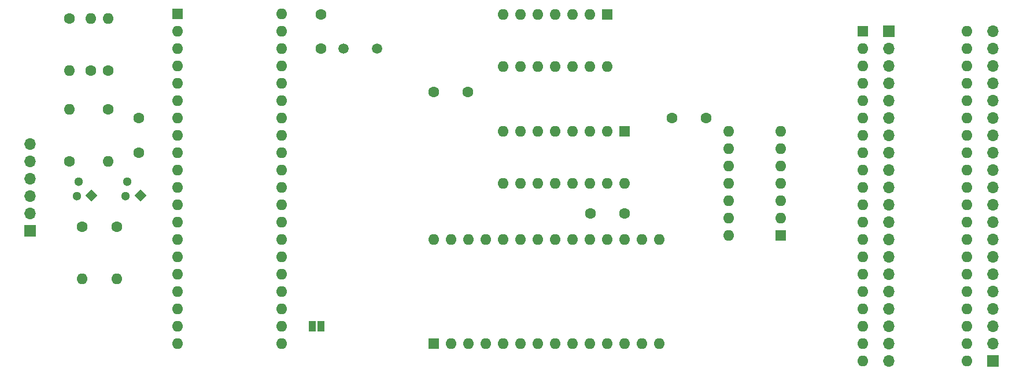
<source format=gts>
%TF.GenerationSoftware,KiCad,Pcbnew,8.0.5+1*%
%TF.CreationDate,2024-10-09T19:18:35+02:00*%
%TF.ProjectId,QL_PC0084A_keyboard_adapter,514c5f50-4330-4303-9834-415f6b657962,0*%
%TF.SameCoordinates,Original*%
%TF.FileFunction,Soldermask,Top*%
%TF.FilePolarity,Negative*%
%FSLAX46Y46*%
G04 Gerber Fmt 4.6, Leading zero omitted, Abs format (unit mm)*
G04 Created by KiCad (PCBNEW 8.0.5+1) date 2024-10-09 19:18:35*
%MOMM*%
%LPD*%
G01*
G04 APERTURE LIST*
G04 Aperture macros list*
%AMRotRect*
0 Rectangle, with rotation*
0 The origin of the aperture is its center*
0 $1 length*
0 $2 width*
0 $3 Rotation angle, in degrees counterclockwise*
0 Add horizontal line*
21,1,$1,$2,0,0,$3*%
G04 Aperture macros list end*
%ADD10RotRect,1.300000X1.300000X135.000000*%
%ADD11C,1.300000*%
%ADD12R,1.600000X1.600000*%
%ADD13O,1.600000X1.600000*%
%ADD14C,1.600000*%
%ADD15C,1.500000*%
%ADD16R,1.700000X1.700000*%
%ADD17O,1.700000X1.700000*%
%ADD18R,1.000000X1.500000*%
G04 APERTURE END LIST*
D10*
%TO.C,Q2*%
X110109556Y-105282437D03*
D11*
X107932505Y-105409437D03*
X108204556Y-103250437D03*
%TD*%
D10*
%TO.C,Q1*%
X102976000Y-105283000D03*
D11*
X100798949Y-105410000D03*
X101071000Y-103251000D03*
%TD*%
D12*
%TO.C,U2*%
X115570000Y-78740000D03*
D13*
X115570000Y-81280000D03*
X115570000Y-83820000D03*
X115570000Y-86360000D03*
X115570000Y-88900000D03*
X115570000Y-91440000D03*
X115570000Y-93980000D03*
X115570000Y-96520000D03*
X115570000Y-99060000D03*
X115570000Y-101600000D03*
X115570000Y-104140000D03*
X115570000Y-106680000D03*
X115570000Y-109220000D03*
X115570000Y-111760000D03*
X115570000Y-114300000D03*
X115570000Y-116840000D03*
X115570000Y-119380000D03*
X115570000Y-121920000D03*
X115570000Y-124460000D03*
X115570000Y-127000000D03*
X130810000Y-127000000D03*
X130810000Y-124460000D03*
X130810000Y-121920000D03*
X130810000Y-119380000D03*
X130810000Y-116840000D03*
X130810000Y-114300000D03*
X130810000Y-111760000D03*
X130810000Y-109220000D03*
X130810000Y-106680000D03*
X130810000Y-104140000D03*
X130810000Y-101600000D03*
X130810000Y-99060000D03*
X130810000Y-96520000D03*
X130810000Y-93980000D03*
X130810000Y-91440000D03*
X130810000Y-88900000D03*
X130810000Y-86360000D03*
X130810000Y-83820000D03*
X130810000Y-81280000D03*
X130810000Y-78740000D03*
%TD*%
D12*
%TO.C,U8*%
X178440000Y-78750000D03*
D13*
X175900000Y-78750000D03*
X173360000Y-78750000D03*
X170820000Y-78750000D03*
X168280000Y-78750000D03*
X165740000Y-78750000D03*
X163200000Y-78750000D03*
X163200000Y-86370000D03*
X165740000Y-86370000D03*
X168280000Y-86370000D03*
X170820000Y-86370000D03*
X173360000Y-86370000D03*
X175900000Y-86370000D03*
X178440000Y-86370000D03*
%TD*%
D12*
%TO.C,U1*%
X215900000Y-81280000D03*
D13*
X215900000Y-83820000D03*
X215900000Y-86360000D03*
X215900000Y-88900000D03*
X215900000Y-91440000D03*
X215900000Y-93980000D03*
X215900000Y-96520000D03*
X215900000Y-99060000D03*
X215900000Y-101600000D03*
X215900000Y-104140000D03*
X215900000Y-106680000D03*
X215900000Y-109220000D03*
X215900000Y-111760000D03*
X215900000Y-114300000D03*
X215900000Y-116840000D03*
X215900000Y-119380000D03*
X215900000Y-121920000D03*
X215900000Y-124460000D03*
X215900000Y-127000000D03*
X215900000Y-129540000D03*
X231140000Y-129540000D03*
X231140000Y-127000000D03*
X231140000Y-124460000D03*
X231140000Y-121920000D03*
X231140000Y-119380000D03*
X231140000Y-116840000D03*
X231140000Y-114300000D03*
X231140000Y-111760000D03*
X231140000Y-109220000D03*
X231140000Y-106680000D03*
X231140000Y-104140000D03*
X231140000Y-101600000D03*
X231140000Y-99060000D03*
X231140000Y-96520000D03*
X231140000Y-93980000D03*
X231140000Y-91440000D03*
X231140000Y-88900000D03*
X231140000Y-86360000D03*
X231140000Y-83820000D03*
X231140000Y-81280000D03*
%TD*%
D14*
%TO.C,R5*%
X105410000Y-86995000D03*
D13*
X105410000Y-79375000D03*
%TD*%
D14*
%TO.C,C2*%
X136525000Y-83780000D03*
X136525000Y-78780000D03*
%TD*%
D12*
%TO.C,U6*%
X180975000Y-95885000D03*
D13*
X178435000Y-95885000D03*
X175895000Y-95885000D03*
X173355000Y-95885000D03*
X170815000Y-95885000D03*
X168275000Y-95885000D03*
X165735000Y-95885000D03*
X163195000Y-95885000D03*
X163195000Y-103505000D03*
X165735000Y-103505000D03*
X168275000Y-103505000D03*
X170815000Y-103505000D03*
X173355000Y-103505000D03*
X175895000Y-103505000D03*
X178435000Y-103505000D03*
X180975000Y-103505000D03*
%TD*%
D14*
%TO.C,C5*%
X109855000Y-98980000D03*
X109855000Y-93980000D03*
%TD*%
%TO.C,C4*%
X153075000Y-90170000D03*
X158075000Y-90170000D03*
%TD*%
%TO.C,C1*%
X187960000Y-93980000D03*
X192960000Y-93980000D03*
%TD*%
%TO.C,R7*%
X105410000Y-92710000D03*
D13*
X105410000Y-100330000D03*
%TD*%
D14*
%TO.C,C3*%
X180975000Y-107950000D03*
X175975000Y-107950000D03*
%TD*%
D15*
%TO.C,Y1*%
X139880000Y-83790000D03*
X144780000Y-83790000D03*
%TD*%
D14*
%TO.C,R4*%
X102870000Y-86995000D03*
D13*
X102870000Y-79375000D03*
%TD*%
D14*
%TO.C,R1*%
X106680000Y-109855000D03*
D13*
X106680000Y-117475000D03*
%TD*%
D14*
%TO.C,R2*%
X101600000Y-109855000D03*
D13*
X101600000Y-117475000D03*
%TD*%
D14*
%TO.C,R6*%
X99695000Y-100330000D03*
D13*
X99695000Y-92710000D03*
%TD*%
D12*
%TO.C,U7*%
X203825000Y-111125000D03*
D13*
X203825000Y-108585000D03*
X203825000Y-106045000D03*
X203825000Y-103505000D03*
X203825000Y-100965000D03*
X203825000Y-98425000D03*
X203825000Y-95885000D03*
X196205000Y-95885000D03*
X196205000Y-98425000D03*
X196205000Y-100965000D03*
X196205000Y-103505000D03*
X196205000Y-106045000D03*
X196205000Y-108585000D03*
X196205000Y-111125000D03*
%TD*%
D14*
%TO.C,R3*%
X99695000Y-79375000D03*
D13*
X99695000Y-86995000D03*
%TD*%
D12*
%TO.C,U3*%
X153035000Y-127000000D03*
D13*
X155575000Y-127000000D03*
X158115000Y-127000000D03*
X160655000Y-127000000D03*
X163195000Y-127000000D03*
X165735000Y-127000000D03*
X168275000Y-127000000D03*
X170815000Y-127000000D03*
X173355000Y-127000000D03*
X175895000Y-127000000D03*
X178435000Y-127000000D03*
X180975000Y-127000000D03*
X183515000Y-127000000D03*
X186055000Y-127000000D03*
X186055000Y-111760000D03*
X183515000Y-111760000D03*
X180975000Y-111760000D03*
X178435000Y-111760000D03*
X175895000Y-111760000D03*
X173355000Y-111760000D03*
X170815000Y-111760000D03*
X168275000Y-111760000D03*
X165735000Y-111760000D03*
X163195000Y-111760000D03*
X160655000Y-111760000D03*
X158115000Y-111760000D03*
X155575000Y-111760000D03*
X153035000Y-111760000D03*
%TD*%
D16*
%TO.C,J3*%
X93980000Y-110490000D03*
D17*
X93980000Y-107950000D03*
X93980000Y-105410000D03*
X93980000Y-102870000D03*
X93980000Y-100330000D03*
X93980000Y-97790000D03*
%TD*%
D18*
%TO.C,JP1*%
X136555000Y-124460000D03*
X135255000Y-124460000D03*
%TD*%
D16*
%TO.C,J2*%
X234950000Y-129540000D03*
D17*
X234950000Y-127000000D03*
X234950000Y-124460000D03*
X234950000Y-121920000D03*
X234950000Y-119380000D03*
X234950000Y-116840000D03*
X234950000Y-114300000D03*
X234950000Y-111760000D03*
X234950000Y-109220000D03*
X234950000Y-106680000D03*
X234950000Y-104140000D03*
X234950000Y-101600000D03*
X234950000Y-99060000D03*
X234950000Y-96520000D03*
X234950000Y-93980000D03*
X234950000Y-91440000D03*
X234950000Y-88900000D03*
X234950000Y-86360000D03*
X234950000Y-83820000D03*
X234950000Y-81280000D03*
%TD*%
D16*
%TO.C,J1*%
X219710000Y-81280000D03*
D17*
X219710000Y-83820000D03*
X219710000Y-86360000D03*
X219710000Y-88900000D03*
X219710000Y-91440000D03*
X219710000Y-93980000D03*
X219710000Y-96520000D03*
X219710000Y-99060000D03*
X219710000Y-101600000D03*
X219710000Y-104140000D03*
X219710000Y-106680000D03*
X219710000Y-109220000D03*
X219710000Y-111760000D03*
X219710000Y-114300000D03*
X219710000Y-116840000D03*
X219710000Y-119380000D03*
X219710000Y-121920000D03*
X219710000Y-124460000D03*
X219710000Y-127000000D03*
X219710000Y-129540000D03*
%TD*%
M02*

</source>
